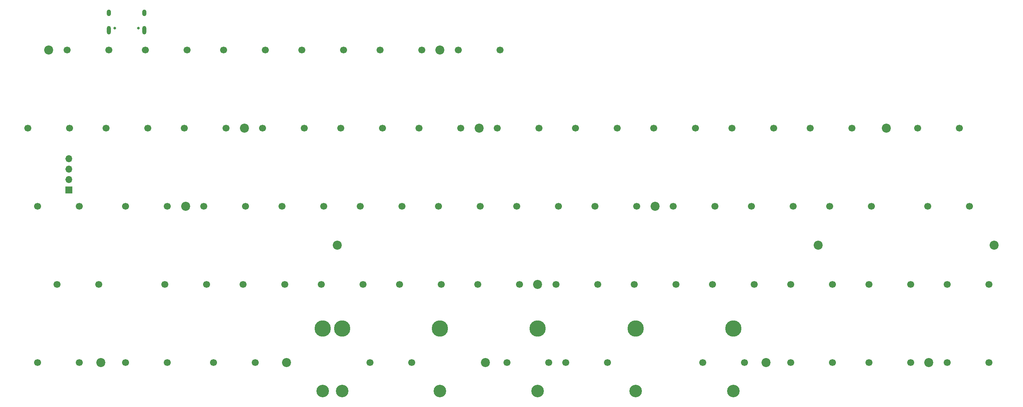
<source format=gbr>
G04 #@! TF.GenerationSoftware,KiCad,Pcbnew,8.0.8*
G04 #@! TF.CreationDate,2025-02-11T15:39:55+01:00*
G04 #@! TF.ProjectId,vootington V4N STM32G0B1CBT6,766f6f74-696e-4677-946f-6e2056344e20,rev?*
G04 #@! TF.SameCoordinates,Original*
G04 #@! TF.FileFunction,Soldermask,Top*
G04 #@! TF.FilePolarity,Negative*
%FSLAX46Y46*%
G04 Gerber Fmt 4.6, Leading zero omitted, Abs format (unit mm)*
G04 Created by KiCad (PCBNEW 8.0.8) date 2025-02-11 15:39:55*
%MOMM*%
%LPD*%
G01*
G04 APERTURE LIST*
%ADD10C,2.200000*%
%ADD11C,1.700000*%
%ADD12C,3.048000*%
%ADD13C,3.987800*%
%ADD14R,1.700000X1.700000*%
%ADD15O,1.700000X1.700000*%
%ADD16C,0.650000*%
%ADD17O,1.000000X1.600000*%
%ADD18O,1.000000X2.100000*%
G04 APERTURE END LIST*
D10*
X142875000Y-98425000D03*
X106744954Y-69850000D03*
D11*
X83820000Y-79375000D03*
X93980000Y-79375000D03*
X150495000Y-60325000D03*
X160655000Y-60325000D03*
X64770000Y-79375000D03*
X74930000Y-79375000D03*
X76676250Y-98425000D03*
X86836250Y-98425000D03*
X250507500Y-60325000D03*
X260667500Y-60325000D03*
X88582500Y-41275000D03*
X98742500Y-41275000D03*
X55245000Y-60325000D03*
X65405000Y-60325000D03*
D10*
X240506250Y-41275000D03*
D11*
X207645000Y-60325000D03*
X217805000Y-60325000D03*
X202882500Y-41275000D03*
X213042500Y-41275000D03*
X55245000Y-98425000D03*
X65405000Y-98425000D03*
D10*
X131762500Y-22225000D03*
D11*
X179070000Y-79375000D03*
X189230000Y-79375000D03*
X183832500Y-41275000D03*
X193992500Y-41275000D03*
X169545000Y-60325000D03*
X179705000Y-60325000D03*
D10*
X94456250Y-98425000D03*
D11*
X102870000Y-79375000D03*
X113030000Y-79375000D03*
X221932500Y-41275000D03*
X232092500Y-41275000D03*
X112395000Y-60325000D03*
X122555000Y-60325000D03*
D10*
X250825000Y-98425000D03*
D11*
X79057500Y-22225000D03*
X89217500Y-22225000D03*
X38576250Y-79375000D03*
X48736250Y-79375000D03*
D10*
X223837500Y-69850000D03*
D11*
X140970000Y-79375000D03*
X151130000Y-79375000D03*
X126682500Y-41275000D03*
X136842500Y-41275000D03*
X98107500Y-22225000D03*
X108267500Y-22225000D03*
X188595000Y-60325000D03*
X198755000Y-60325000D03*
X50482500Y-41275000D03*
X60642500Y-41275000D03*
D10*
X211137500Y-98425000D03*
D11*
X40957500Y-22225000D03*
X51117500Y-22225000D03*
D12*
X131762500Y-105410000D03*
D13*
X131762500Y-90170000D03*
D12*
X107950000Y-105410000D03*
D13*
X107950000Y-90170000D03*
D11*
X198120000Y-79375000D03*
X208280000Y-79375000D03*
X69532500Y-41275000D03*
X79692500Y-41275000D03*
D10*
X84137500Y-41275000D03*
X69850000Y-60325000D03*
D11*
X107632500Y-41275000D03*
X117792500Y-41275000D03*
X248126250Y-41275000D03*
X258286250Y-41275000D03*
X217170000Y-79375000D03*
X227330000Y-79375000D03*
X145732500Y-41275000D03*
X155892500Y-41275000D03*
X117157500Y-22225000D03*
X127317500Y-22225000D03*
D10*
X141287500Y-41275000D03*
X266700000Y-69850000D03*
X184150000Y-60325000D03*
D11*
X121920000Y-79375000D03*
X132080000Y-79375000D03*
X236220000Y-98425000D03*
X246380000Y-98425000D03*
D12*
X203193650Y-105410000D03*
D13*
X203193650Y-90170000D03*
D12*
X103181150Y-105410000D03*
D13*
X103181150Y-90170000D03*
D11*
X136207500Y-22225000D03*
X146367500Y-22225000D03*
X236220000Y-79375000D03*
X246380000Y-79375000D03*
X217170000Y-98425000D03*
X227330000Y-98425000D03*
X162401250Y-98425000D03*
X172561250Y-98425000D03*
X226695000Y-60325000D03*
X236855000Y-60325000D03*
X114776250Y-98425000D03*
X124936250Y-98425000D03*
X93345000Y-60325000D03*
X103505000Y-60325000D03*
X195738750Y-98425000D03*
X205898750Y-98425000D03*
X74295000Y-60325000D03*
X84455000Y-60325000D03*
X164782500Y-41275000D03*
X174942500Y-41275000D03*
X33813750Y-98425000D03*
X43973750Y-98425000D03*
D10*
X49212500Y-98425000D03*
D11*
X131445000Y-60325000D03*
X141605000Y-60325000D03*
X33813750Y-60325000D03*
X43973750Y-60325000D03*
X148107400Y-98425000D03*
X158267400Y-98425000D03*
X255270000Y-79375000D03*
X265430000Y-79375000D03*
D10*
X36512500Y-22225000D03*
D11*
X31432500Y-41275000D03*
X41592500Y-41275000D03*
X160020000Y-79375000D03*
X170180000Y-79375000D03*
X255270000Y-98425000D03*
X265430000Y-98425000D03*
X60007500Y-22225000D03*
X70167500Y-22225000D03*
D10*
X155575000Y-79375000D03*
D12*
X179387500Y-105410000D03*
D13*
X179387500Y-90170000D03*
D12*
X155575000Y-105410000D03*
D13*
X155575000Y-90170000D03*
D14*
X41375000Y-56356250D03*
D15*
X41375000Y-53816250D03*
X41375000Y-51276250D03*
X41375000Y-48736250D03*
D16*
X52609000Y-16890625D03*
X58389000Y-16890625D03*
D17*
X51179000Y-13240625D03*
D18*
X51179000Y-17420625D03*
D17*
X59819000Y-13240625D03*
D18*
X59819000Y-17420625D03*
M02*

</source>
